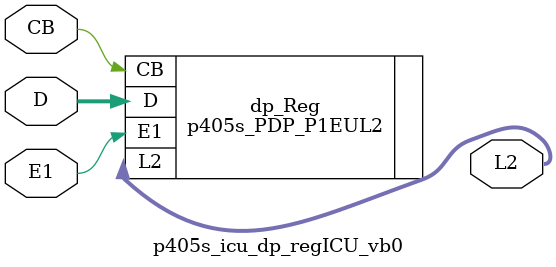
<source format=v>
module p405s_icu_dp_regICU_vb0(
                               CB,
                               D,
                               E1,
                               L2
                              );

    input CB; 
    input [0:31] D; 
    input  E1; 
    output [0:31] L2; 

p405s_PDP_P1EUL2
 #(32, 1, 1, 1, 2, 0 ) dp_Reg (
                                         .CB  (CB),
                                         .D   (D),
                                         .E1  (E1),
                                         .L2  (L2)
                                         );

endmodule

</source>
